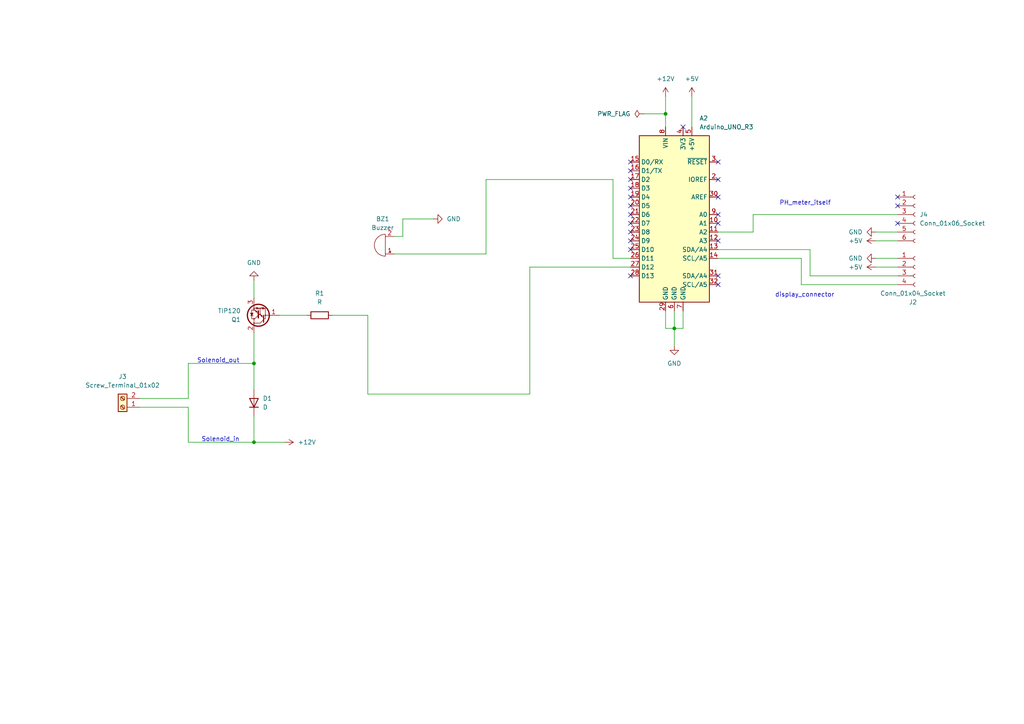
<source format=kicad_sch>
(kicad_sch (version 20230121) (generator eeschema)
  (paper "A4")
  (lib_symbols
    (symbol "Connector:Conn_01x04_Socket" (pin_names (offset 1.016) hide)
      (property "Reference" "J" (at 0 5.08 0))
      (property "Value" "Conn_01x04_Socket" (at 0 -7.62 0))
      (symbol "Conn_01x04_Socket_1_1"
        (arc (start 0 -4.572) (mid -0.5058 -5.08) (end 0 -5.588) (stroke (width 0.1524)))
        (arc (start 0 -2.032) (mid -0.5058 -2.54) (end 0 -3.048) (stroke (width 0.1524)))
        (polyline (pts (xy -1.27 -5.08) (xy -0.508 -5.08)) (stroke (width 0.1524)))
        (polyline (pts (xy -1.27 -2.54) (xy -0.508 -2.54)) (stroke (width 0.1524)))
        (polyline (pts (xy -1.27 0) (xy -0.508 0)) (stroke (width 0.1524)))
        (polyline (pts (xy -1.27 2.54) (xy -0.508 2.54)) (stroke (width 0.1524)))
        (arc (start 0 0.508) (mid -0.5058 0) (end 0 -0.508) (stroke (width 0.1524)))
        (arc (start 0 3.048) (mid -0.5058 2.54) (end 0 2.032) (stroke (width 0.1524)))
        (pin passive line (at -5.08 2.54 0) (length 3.81) (name "Pin_1") (number "1"))
        (pin passive line (at -5.08 0 0) (length 3.81) (name "Pin_2") (number "2"))
        (pin passive line (at -5.08 -2.54 0) (length 3.81) (name "Pin_3") (number "3"))
        (pin passive line (at -5.08 -5.08 0) (length 3.81) (name "Pin_4") (number "4"))
      )
    )
    (symbol "Connector:Conn_01x06_Socket" (pin_names (offset 1.016) hide)
      (property "Reference" "J" (at 0 7.62 0))
      (property "Value" "Conn_01x06_Socket" (at 0 -10.16 0))
      (symbol "Conn_01x06_Socket_1_1"
        (arc (start 0 -7.112) (mid -0.5058 -7.62) (end 0 -8.128) (stroke (width 0.1524)))
        (arc (start 0 -4.572) (mid -0.5058 -5.08) (end 0 -5.588) (stroke (width 0.1524)))
        (arc (start 0 -2.032) (mid -0.5058 -2.54) (end 0 -3.048) (stroke (width 0.1524)))
        (polyline (pts (xy -1.27 -7.62) (xy -0.508 -7.62)) (stroke (width 0.1524)))
        (polyline (pts (xy -1.27 -5.08) (xy -0.508 -5.08)) (stroke (width 0.1524)))
        (polyline (pts (xy -1.27 -2.54) (xy -0.508 -2.54)) (stroke (width 0.1524)))
        (polyline (pts (xy -1.27 0) (xy -0.508 0)) (stroke (width 0.1524)))
        (polyline (pts (xy -1.27 2.54) (xy -0.508 2.54)) (stroke (width 0.1524)))
        (polyline (pts (xy -1.27 5.08) (xy -0.508 5.08)) (stroke (width 0.1524)))
        (arc (start 0 0.508) (mid -0.5058 0) (end 0 -0.508) (stroke (width 0.1524)))
        (arc (start 0 3.048) (mid -0.5058 2.54) (end 0 2.032) (stroke (width 0.1524)))
        (arc (start 0 5.588) (mid -0.5058 5.08) (end 0 4.572) (stroke (width 0.1524)))
        (pin passive line (at -5.08 5.08 0) (length 3.81) (name "Pin_1") (number "1"))
        (pin passive line (at -5.08 2.54 0) (length 3.81) (name "Pin_2") (number "2"))
        (pin passive line (at -5.08 0 0) (length 3.81) (name "Pin_3") (number "3"))
        (pin passive line (at -5.08 -2.54 0) (length 3.81) (name "Pin_4") (number "4"))
        (pin passive line (at -5.08 -5.08 0) (length 3.81) (name "Pin_5") (number "5"))
        (pin passive line (at -5.08 -7.62 0) (length 3.81) (name "Pin_6") (number "6"))
      )
    )
    (symbol "Connector:Screw_Terminal_01x02" (pin_names (offset 1.016) hide)
      (property "Reference" "J" (at 0 2.54 0))
      (property "Value" "Screw_Terminal_01x02" (at 0 -5.08 0))
      (symbol "Screw_Terminal_01x02_1_1"
        (rectangle (start -1.27 1.27) (end 1.27 -3.81) (stroke (width 0.254)) (fill (type background)))
        (circle (center 0 -2.54) (radius 0.635) (stroke (width 0.1524)))
        (polyline (pts (xy -0.5334 -2.2098) (xy 0.3302 -3.048)) (stroke (width 0.1524)))
        (polyline (pts (xy -0.5334 0.3302) (xy 0.3302 -0.508)) (stroke (width 0.1524)))
        (polyline (pts (xy -0.3556 -2.032) (xy 0.508 -2.8702)) (stroke (width 0.1524)))
        (polyline (pts (xy -0.3556 0.508) (xy 0.508 -0.3302)) (stroke (width 0.1524)))
        (circle (center 0 0) (radius 0.635) (stroke (width 0.1524)))
        (pin passive line (at -5.08 0 0) (length 3.81) (name "Pin_1") (number "1"))
        (pin passive line (at -5.08 -2.54 0) (length 3.81) (name "Pin_2") (number "2"))
      )
    )
    (symbol "Device:Buzzer" (pin_names (offset 0.0254) hide)
      (property "Reference" "BZ" (at 3.81 1.27 0))
      (property "Value" "Buzzer" (at 3.81 -1.27 0))
      (symbol "Buzzer_0_1"
        (arc (start 0 -3.175) (mid 3.1612 0) (end 0 3.175))
        (polyline (pts (xy -1.651 1.905) (xy -1.143 1.905)))
        (polyline (pts (xy -1.397 2.159) (xy -1.397 1.651)))
        (polyline (pts (xy 0 3.175) (xy 0 -3.175)))
      )
      (symbol "Buzzer_1_1"
        (pin passive line (at -2.54 2.54 0) (length 2.54) (name "-") (number "1"))
        (pin passive line (at -2.54 -2.54 0) (length 2.54) (name "+") (number "2"))
      )
    )
    (symbol "Device:D" (pin_numbers hide) (pin_names (offset 1.016) hide)
      (property "Reference" "D" (at 0 2.54 0))
      (property "Value" "D" (at 0 -2.54 0))
      (symbol "D_0_1"
        (polyline (pts (xy -1.27 1.27) (xy -1.27 -1.27)) (stroke (width 0.254)))
        (polyline (pts (xy 1.27 0) (xy -1.27 0)))
        (polyline (pts (xy 1.27 1.27) (xy 1.27 -1.27) (xy -1.27 0) (xy 1.27 1.27)) (stroke (width 0.254)))
      )
      (symbol "D_1_1"
        (pin passive line (at -3.81 0 0) (length 2.54) (name "K") (number "1"))
        (pin passive line (at 3.81 0 180) (length 2.54) (name "A") (number "2"))
      )
    )
    (symbol "Device:R" (pin_numbers hide) (pin_names (offset 0))
      (property "Reference" "R" (at 2.032 0 90))
      (property "Value" "R" (at 0 0 90))
      (symbol "R_0_1"
        (rectangle (start -1.016 -2.54) (end 1.016 2.54) (stroke (width 0.254)))
      )
      (symbol "R_1_1"
        (pin passive line (at 0 3.81 270) (length 1.27) (name "~") (number "1"))
        (pin passive line (at 0 -3.81 90) (length 1.27) (name "~") (number "2"))
      )
    )
    (symbol "MCU_Module:Arduino_UNO_R3"
      (property "Reference" "A" (at -10.16 23.495 0))
      (property "Value" "Arduino_UNO_R3" (at 5.08 -26.67 0))
      (symbol "Arduino_UNO_R3_0_1"
        (rectangle (start -10.16 22.86) (end 10.16 -25.4) (stroke (width 0.254)) (fill (type background)))
      )
      (symbol "Arduino_UNO_R3_1_1"
        (pin no_connect line (at -10.16 -20.32 0) (length 2.54) hide (name "NC") (number "1"))
        (pin bidirectional line (at 12.7 -2.54 180) (length 2.54) (name "A1") (number "10"))
        (pin bidirectional line (at 12.7 -5.08 180) (length 2.54) (name "A2") (number "11"))
        (pin bidirectional line (at 12.7 -7.62 180) (length 2.54) (name "A3") (number "12"))
        (pin bidirectional line (at 12.7 -10.16 180) (length 2.54) (name "SDA/A4") (number "13"))
        (pin bidirectional line (at 12.7 -12.7 180) (length 2.54) (name "SCL/A5") (number "14"))
        (pin bidirectional line (at -12.7 15.24 0) (length 2.54) (name "D0/RX") (number "15"))
        (pin bidirectional line (at -12.7 12.7 0) (length 2.54) (name "D1/TX") (number "16"))
        (pin bidirectional line (at -12.7 10.16 0) (length 2.54) (name "D2") (number "17"))
        (pin bidirectional line (at -12.7 7.62 0) (length 2.54) (name "D3") (number "18"))
        (pin bidirectional line (at -12.7 5.08 0) (length 2.54) (name "D4") (number "19"))
        (pin output line (at 12.7 10.16 180) (length 2.54) (name "IOREF") (number "2"))
        (pin bidirectional line (at -12.7 2.54 0) (length 2.54) (name "D5") (number "20"))
        (pin bidirectional line (at -12.7 0 0) (length 2.54) (name "D6") (number "21"))
        (pin bidirectional line (at -12.7 -2.54 0) (length 2.54) (name "D7") (number "22"))
        (pin bidirectional line (at -12.7 -5.08 0) (length 2.54) (name "D8") (number "23"))
        (pin bidirectional line (at -12.7 -7.62 0) (length 2.54) (name "D9") (number "24"))
        (pin bidirectional line (at -12.7 -10.16 0) (length 2.54) (name "D10") (number "25"))
        (pin bidirectional line (at -12.7 -12.7 0) (length 2.54) (name "D11") (number "26"))
        (pin bidirectional line (at -12.7 -15.24 0) (length 2.54) (name "D12") (number "27"))
        (pin bidirectional line (at -12.7 -17.78 0) (length 2.54) (name "D13") (number "28"))
        (pin power_in line (at -2.54 -27.94 90) (length 2.54) (name "GND") (number "29"))
        (pin input line (at 12.7 15.24 180) (length 2.54) (name "~{RESET}") (number "3"))
        (pin input line (at 12.7 5.08 180) (length 2.54) (name "AREF") (number "30"))
        (pin bidirectional line (at 12.7 -17.78 180) (length 2.54) (name "SDA/A4") (number "31"))
        (pin bidirectional line (at 12.7 -20.32 180) (length 2.54) (name "SCL/A5") (number "32"))
        (pin power_out line (at 2.54 25.4 270) (length 2.54) (name "3V3") (number "4"))
        (pin power_out line (at 5.08 25.4 270) (length 2.54) (name "+5V") (number "5"))
        (pin power_in line (at 0 -27.94 90) (length 2.54) (name "GND") (number "6"))
        (pin power_in line (at 2.54 -27.94 90) (length 2.54) (name "GND") (number "7"))
        (pin power_in line (at -2.54 25.4 270) (length 2.54) (name "VIN") (number "8"))
        (pin bidirectional line (at 12.7 0 180) (length 2.54) (name "A0") (number "9"))
      )
    )
    (symbol "Transistor_BJT:TIP120" (pin_names (offset 0) hide)
      (property "Reference" "Q" (at 5.08 1.905 0))
      (property "Value" "TIP120" (at 5.08 0 0))
      (symbol "TIP120_0_1"
        (circle (center -0.762 0) (radius 0.127))
        (polyline (pts (xy -1.27 0) (xy -0.889 0)))
        (polyline (pts (xy 2.54 -2.032) (xy 2.54 -2.54)))
        (polyline (pts (xy 2.54 -1.524) (xy 3.175 -1.524)))
        (polyline (pts (xy 2.794 0.127) (xy 3.556 0.127)))
        (polyline (pts (xy 3.175 -0.635) (xy 3.175 -1.524)))
        (polyline (pts (xy 3.175 1.016) (xy 2.54 1.016)))
        (polyline (pts (xy 3.175 1.016) (xy 3.175 0.127)))
        (polyline (pts (xy -0.254 0.762) (xy 0.762 -0.254) (xy 1.27 -0.254)))
        (polyline (pts (xy -0.254 1.016) (xy -0.762 1.016) (xy -0.762 -2.032)))
        (polyline (pts (xy -0.254 1.27) (xy 0.762 2.286) (xy 2.54 2.286)))
        (polyline (pts (xy -0.254 2.032) (xy -0.254 0) (xy -0.254 0)) (stroke (width 0.3048)))
        (polyline (pts (xy 1.27 0.762) (xy 1.27 -1.27) (xy 1.27 -1.27)) (stroke (width 0.381)))
        (polyline (pts (xy 0.635 -0.127) (xy 0.381 0.381) (xy 0.127 0.127) (xy 0.635 -0.127)))
        (polyline (pts (xy 1.27 -0.508) (xy 2.286 -1.524) (xy 2.54 -1.524) (xy 2.54 -2.032)))
        (polyline (pts (xy 1.27 0) (xy 2.286 1.016) (xy 2.54 1.016) (xy 2.54 2.286)))
        (polyline (pts (xy 2.159 -1.397) (xy 1.905 -0.889) (xy 1.651 -1.143) (xy 2.159 -1.397)))
        (polyline (pts (xy 3.175 0.127) (xy 2.794 -0.635) (xy 3.556 -0.635) (xy 3.175 0.127)) (fill (type outline)))
        (polyline (pts (xy 0.762 -2.032) (xy 0.381 -2.032) (xy 0.254 -2.286) (xy 0.127 -1.778) (xy 0 -2.286) (xy -0.127 -1.778) (xy -0.254 -2.286) (xy -0.381 -1.778) (xy -0.508 -2.032) (xy -0.762 -2.032)))
        (polyline (pts (xy 0.762 -0.254) (xy 0.762 -2.032) (xy 1.143 -2.032) (xy 1.27 -1.778) (xy 1.397 -2.286) (xy 1.524 -1.778) (xy 1.651 -2.286) (xy 1.778 -1.778) (xy 1.905 -2.286) (xy 2.032 -2.032) (xy 2.54 -2.032)))
        (circle (center 0.762 -2.032) (radius 0.127))
        (circle (center 0.762 -0.254) (radius 0.127))
        (circle (center 1.27 0) (radius 3.175) (stroke (width 0.3556)))
        (circle (center 2.54 -2.032) (radius 0.127))
        (circle (center 2.54 -1.524) (radius 0.127))
        (circle (center 2.54 1.016) (radius 0.127))
        (circle (center 2.54 2.286) (radius 0.127))
      )
      (symbol "TIP120_1_1"
        (pin input line (at -5.08 0 0) (length 3.81) (name "B") (number "1"))
        (pin passive line (at 2.54 5.08 270) (length 2.667) (name "C") (number "2"))
        (pin passive line (at 2.54 -5.08 90) (length 2.54) (name "E") (number "3"))
      )
    )
    (symbol "power:+12V" (power) (pin_names (offset 0))
      (property "Value" "+12V" (at 0 3.556 0))
      (symbol "+12V_0_1"
        (polyline (pts (xy -0.762 1.27) (xy 0 2.54)))
        (polyline (pts (xy 0 0) (xy 0 2.54)))
        (polyline (pts (xy 0 2.54) (xy 0.762 1.27)))
      )
      (symbol "+12V_1_1"
        (pin power_in line (at 0 0 90) (length 0) hide (name "+12V") (number "1"))
      )
    )
    (symbol "power:+5V" (power) (pin_names (offset 0))
      (property "Value" "+5V" (at 0 3.556 0))
      (symbol "+5V_0_1"
        (polyline (pts (xy -0.762 1.27) (xy 0 2.54)))
        (polyline (pts (xy 0 0) (xy 0 2.54)))
        (polyline (pts (xy 0 2.54) (xy 0.762 1.27)))
      )
      (symbol "+5V_1_1"
        (pin power_in line (at 0 0 90) (length 0) hide (name "+5V") (number "1"))
      )
    )
    (symbol "power:GND" (power) (pin_names (offset 0))
      (property "Value" "GND" (at 0 -3.81 0))
      (symbol "GND_0_1"
        (polyline (pts (xy 0 0) (xy 0 -1.27) (xy 1.27 -1.27) (xy 0 -2.54) (xy -1.27 -1.27) (xy 0 -1.27)))
      )
      (symbol "GND_1_1"
        (pin power_in line (at 0 0 270) (length 0) hide (name "GND") (number "1"))
      )
    )
    (symbol "power:PWR_FLAG" (power) (pin_numbers hide) (pin_names (offset 0) hide)
      (property "Value" "PWR_FLAG" (at 0 3.81 0))
      (symbol "PWR_FLAG_0_0"
        (pin power_out line (at 0 0 90) (length 0) (name "pwr") (number "1"))
      )
      (symbol "PWR_FLAG_0_1"
        (polyline (pts (xy 0 0) (xy 0 1.27) (xy -1.016 1.905) (xy 0 2.54) (xy 1.016 1.905) (xy 0 1.27)))
      )
    )
  )
  (junction (at 195.58 95.25))
  (junction (at 193.04 33.02))
  (junction (at 73.66 128.27))
  (junction (at 73.66 105.41))
  (no_connect (at 208.28 57.15))
  (no_connect (at 182.88 80.01))
  (no_connect (at 182.88 67.31))
  (no_connect (at 182.88 72.39))
  (no_connect (at 208.28 46.99))
  (no_connect (at 208.28 69.85))
  (no_connect (at 260.35 57.15))
  (no_connect (at 260.35 59.69))
  (no_connect (at 198.12 36.83))
  (no_connect (at 182.88 57.15))
  (no_connect (at 208.28 64.77))
  (no_connect (at 182.88 64.77))
  (no_connect (at 182.88 69.85))
  (no_connect (at 208.28 62.23))
  (no_connect (at 182.88 54.61))
  (no_connect (at 182.88 62.23))
  (no_connect (at 182.88 49.53))
  (no_connect (at 182.88 46.99))
  (no_connect (at 208.28 80.01))
  (no_connect (at 208.28 82.55))
  (no_connect (at 182.88 59.69))
  (no_connect (at 208.28 52.07))
  (no_connect (at 182.88 52.07))
  (no_connect (at 260.35 64.77))
  (wire (pts (xy 73.66 81.28) (xy 73.66 86.36)))
  (wire (pts (xy 81.28 91.44) (xy 88.9 91.44)))
  (wire (pts (xy 200.66 27.94) (xy 200.66 36.83)))
  (wire (pts (xy 54.61 105.41) (xy 54.61 115.57)))
  (wire (pts (xy 198.12 90.17) (xy 198.12 95.25)))
  (wire (pts (xy 254 74.93) (xy 260.35 74.93)))
  (wire (pts (xy 195.58 100.33) (xy 195.58 95.25)))
  (wire (pts (xy 218.44 67.31) (xy 208.28 67.31)))
  (wire (pts (xy 140.97 73.66) (xy 140.97 52.07)))
  (wire (pts (xy 177.8 74.93) (xy 182.88 74.93)))
  (wire (pts (xy 54.61 118.11) (xy 40.64 118.11)))
  (wire (pts (xy 116.84 63.5) (xy 125.73 63.5)))
  (wire (pts (xy 153.67 77.47) (xy 182.88 77.47)))
  (wire (pts (xy 254 67.31) (xy 260.35 67.31)))
  (wire (pts (xy 232.41 74.93) (xy 232.41 82.55)))
  (wire (pts (xy 54.61 128.27) (xy 73.66 128.27)))
  (wire (pts (xy 106.68 114.3) (xy 106.68 91.44)))
  (wire (pts (xy 208.28 72.39) (xy 234.95 72.39)))
  (wire (pts (xy 254 69.85) (xy 260.35 69.85)))
  (wire (pts (xy 73.66 128.27) (xy 82.55 128.27)))
  (wire (pts (xy 114.3 68.58) (xy 116.84 68.58)))
  (wire (pts (xy 114.3 73.66) (xy 140.97 73.66)))
  (wire (pts (xy 193.04 90.17) (xy 193.04 95.25)))
  (wire (pts (xy 234.95 80.01) (xy 260.35 80.01)))
  (wire (pts (xy 54.61 105.41) (xy 73.66 105.41)))
  (wire (pts (xy 260.35 62.23) (xy 218.44 62.23)))
  (wire (pts (xy 232.41 82.55) (xy 260.35 82.55)))
  (wire (pts (xy 153.67 114.3) (xy 153.67 77.47)))
  (wire (pts (xy 177.8 52.07) (xy 177.8 74.93)))
  (wire (pts (xy 193.04 33.02) (xy 193.04 36.83)))
  (wire (pts (xy 254 77.47) (xy 260.35 77.47)))
  (wire (pts (xy 54.61 128.27) (xy 54.61 118.11)))
  (wire (pts (xy 73.66 120.65) (xy 73.66 128.27)))
  (wire (pts (xy 208.28 74.93) (xy 232.41 74.93)))
  (wire (pts (xy 193.04 27.94) (xy 193.04 33.02)))
  (wire (pts (xy 73.66 105.41) (xy 73.66 113.03)))
  (wire (pts (xy 186.69 33.02) (xy 193.04 33.02)))
  (wire (pts (xy 198.12 95.25) (xy 195.58 95.25)))
  (wire (pts (xy 116.84 63.5) (xy 116.84 68.58)))
  (wire (pts (xy 195.58 90.17) (xy 195.58 95.25)))
  (wire (pts (xy 153.67 114.3) (xy 106.68 114.3)))
  (wire (pts (xy 54.61 115.57) (xy 40.64 115.57)))
  (wire (pts (xy 234.95 72.39) (xy 234.95 80.01)))
  (wire (pts (xy 193.04 95.25) (xy 195.58 95.25)))
  (wire (pts (xy 218.44 62.23) (xy 218.44 67.31)))
  (wire (pts (xy 140.97 52.07) (xy 177.8 52.07)))
  (wire (pts (xy 73.66 96.52) (xy 73.66 105.41)))
  (wire (pts (xy 106.68 91.44) (xy 96.52 91.44)))
  (text "display_connector" (at 224.79 86.36 0) (effects (font (size 1.27 1.27)) (justify left bottom)))
  (text "Solenoid_out" (at 57.15 105.41 0) (effects (font (size 1.27 1.27)) (justify left bottom)))
  (text "PH_meter_itself" (at 226.06 59.69 0) (effects (font (size 1.27 1.27)) (justify left bottom)))
  (text "Solenoid_in\n" (at 58.42 128.27 0) (effects (font (size 1.27 1.27)) (justify left bottom)))
  (symbol (lib_id "Device:R") (at 92.71 91.44 90) (unit 1)
    (property "Reference" "R1" (at 92.71 85.09 90))
    (property "Value" "R" (at 92.71 87.63 90))
    (property "Footprint" "Resistor_THT:R_Axial_DIN0207_L6.3mm_D2.5mm_P10.16mm_Horizontal" (effects hide))
  )
  (symbol (lib_id "Device:D") (at 73.66 116.84 90) (unit 1)
    (property "Reference" "D1" (at 76.2 115.57 90) (effects (justify right)))
    (property "Value" "D" (at 76.2 118.11 90) (effects (justify right)))
    (property "Footprint" "Diode_THT:D_A-405_P10.16mm_Horizontal" (effects hide))
    (property "Sim.Device" "D" (effects hide))
    (property "Sim.Pins" "1=K 2=A" (effects hide))
  )
  (symbol (lib_id "MCU_Module:Arduino_UNO_R3") (at 195.58 62.23 0) (unit 1)
    (property "Reference" "A2" (at 202.8541 34.29 0) (effects (justify left)))
    (property "Value" "Arduino_UNO_R3" (at 202.8541 36.83 0) (effects (justify left)))
    (property "Footprint" "custom_arduinos:Arduino_UNO_R3" (effects hide))
    (property "Datasheet" "https://www.arduino.cc/en/Main/arduinoBoardUno" (effects hide))
  )
  (symbol (lib_id "power:+12V") (at 193.04 27.94 0) (unit 1)
    (property "Reference" "#PWR06" (effects hide))
    (property "Value" "+12V" (at 193.04 22.86 0))
  )
  (symbol (lib_id "power:GND") (at 254 67.31 270) (unit 1)
    (property "Reference" "#PWR014" (effects hide))
    (property "Value" "GND" (at 250.19 67.31 90) (effects (justify right)))
  )
  (symbol (lib_id "power:+5V") (at 254 69.85 90) (unit 1)
    (property "Reference" "#PWR013" (effects hide))
    (property "Value" "+5V" (at 250.19 69.85 90) (effects (justify left)))
  )
  (symbol (lib_id "power:GND") (at 195.58 100.33 0) (unit 1)
    (property "Reference" "#PWR01" (effects hide))
    (property "Value" "GND" (at 195.58 105.41 0))
  )
  (symbol (lib_id "power:+5V") (at 200.66 27.94 0) (unit 1)
    (property "Reference" "#PWR08" (effects hide))
    (property "Value" "+5V" (at 200.66 22.86 0))
  )
  (symbol (lib_id "Connector:Screw_Terminal_01x02") (at 35.56 118.11 180) (unit 1)
    (property "Reference" "J3" (at 35.56 109.22 0))
    (property "Value" "Screw_Terminal_01x02" (at 35.56 111.76 0))
    (property "Footprint" "TerminalBlock:TerminalBlock_Altech_AK300-2_P5.00mm" (effects hide))
  )
  (symbol (lib_id "power:GND") (at 73.66 81.28 180) (unit 1)
    (property "Reference" "#PWR05" (effects hide))
    (property "Value" "GND" (at 73.66 76.2 0))
  )
  (symbol (lib_id "power:+5V") (at 254 77.47 90) (unit 1)
    (property "Reference" "#PWR011" (effects hide))
    (property "Value" "+5V" (at 250.19 77.47 90) (effects (justify left)))
  )
  (symbol (lib_id "power:+12V") (at 82.55 128.27 270) (unit 1)
    (property "Reference" "#PWR03" (effects hide))
    (property "Value" "+12V" (at 86.36 128.27 90) (effects (justify left)))
  )
  (symbol (lib_id "Device:Buzzer") (at 111.76 71.12 180) (unit 1)
    (property "Reference" "BZ1" (at 111.0049 63.5 0))
    (property "Value" "Buzzer" (at 111.0049 66.04 0))
    (property "Footprint" "Buzzer_Beeper:Buzzer_12x9.5RM7.6" (effects hide))
  )
  (symbol (lib_id "Connector:Conn_01x06_Socket") (at 265.43 62.23 0) (unit 1)
    (property "Reference" "J4" (at 266.7 62.23 0) (effects (justify left)))
    (property "Value" "Conn_01x06_Socket" (at 266.7 64.77 0) (effects (justify left)))
    (property "Footprint" "Connector_PinSocket_2.54mm:PinSocket_1x06_P2.54mm_Vertical" (effects hide))
  )
  (symbol (lib_id "power:GND") (at 254 74.93 270) (unit 1)
    (property "Reference" "#PWR012" (effects hide))
    (property "Value" "GND" (at 250.19 74.93 90) (effects (justify right)))
  )
  (symbol (lib_id "power:GND") (at 125.73 63.5 90) (unit 1)
    (property "Reference" "#PWR07" (effects hide))
    (property "Value" "GND" (at 129.54 63.5 90) (effects (justify right)))
  )
  (symbol (lib_id "Transistor_BJT:TIP120") (at 76.2 91.44 180) (unit 1)
    (property "Reference" "Q1" (at 69.85 92.71 0) (effects (justify left)))
    (property "Value" "TIP120" (at 69.85 90.17 0) (effects (justify left)))
    (property "Footprint" "Package_TO_SOT_THT:TO-220-3_Vertical" (effects hide))
    (property "Datasheet" "https://www.onsemi.com/pub/Collateral/TIP120-D.PDF" (effects hide))
  )
  (symbol (lib_id "power:PWR_FLAG") (at 186.69 33.02 90) (unit 1)
    (property "Reference" "#FLG03" (effects hide))
    (property "Value" "PWR_FLAG" (at 182.88 33.02 90) (effects (justify left)))
  )
  (symbol (lib_id "Connector:Conn_01x04_Socket") (at 265.43 77.47 0) (unit 1)
    (property "Reference" "J2" (at 264.795 87.63 0))
    (property "Value" "Conn_01x04_Socket" (at 264.795 85.09 0))
    (property "Footprint" "Connector_PinSocket_2.54mm:PinSocket_1x04_P2.54mm_Vertical" (effects hide))
  )
)
</source>
